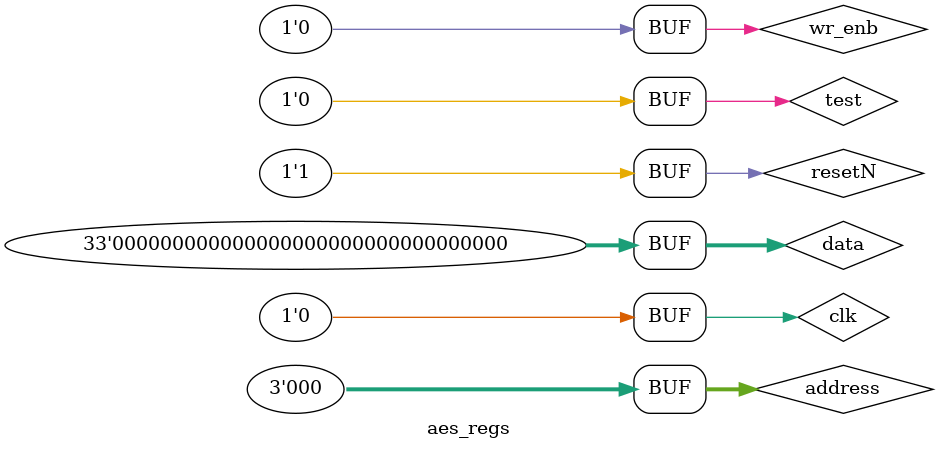
<source format=sv>
`timescale 1ns/1ns

module aes_regs;
    parameter ADDR_WIDTH    = 2   ;
    parameter DATA_WIDTH    = 32  ;

    logic        clk      ;
    logic        resetN    ;
    logic        test     ;

    logic [ADDR_WIDTH:0]  address  ;
    logic [DATA_WIDTH:0]  data    ;
    logic                 wr_enb   ;

    logic        aes_start;

    logic [DATA_WIDTH-1:0]  rdata_a_o;
    logic [DATA_WIDTH-1:0]  rdata_b_o;
    logic [DATA_WIDTH-1:0]  rdata_c_o;
    logic [DATA_WIDTH-1:0]  rdata_d_o;

    riscv_aes_register_file
       #(
         .ADDR_WIDTH(ADDR_WIDTH),
         .DATA_WIDTH(DATA_WIDTH)
        )
    simul
    (
       .clk(clk),
       .rst_n(resetN),

       .test_en_i(test),

       .rdata_a_o(rdata_a_o),
       .rdata_b_o(rdata_b_o),
       .rdata_c_o(rdata_c_o),
       .rdata_d_o(rdata_d_o),

       .waddr_i(address),
       .wdata_i(data),
       .wen_i(wr_enb),

       .aes_start_i(aes_start)
    );

    initial
      begin
         resetN <= 0; #10;

         resetN <= 1;
         test   <= 0;
         
         address  <= 0;
         data     <= 0;
         wr_enb   <= 0;
      end

    always
      begin
        clk <= 1; #5;
        clk <= 0; #5;
      end
endmodule

</source>
